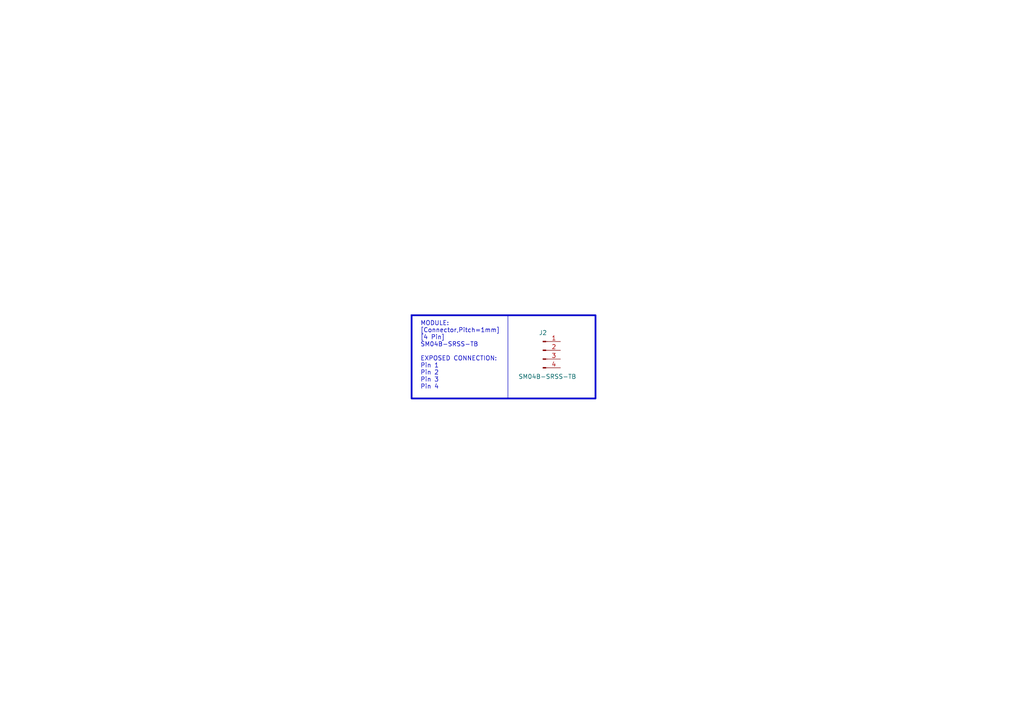
<source format=kicad_sch>
(kicad_sch (version 20230121) (generator eeschema)
  (paper "A4")
  (lib_symbols
    (symbol "Connector:Conn_01x04_Pin" (pin_names (offset 1.016) hide)
      (property "Reference" "J" (at 0 5.08 0))
      (property "Value" "Conn_01x04_Pin" (at 0 -7.62 0))
      (symbol "Conn_01x04_Pin_1_1"
        (polyline (pts (xy 1.27 -5.08) (xy 0.8636 -5.08)) (stroke (width 0.1524)))
        (polyline (pts (xy 1.27 -2.54) (xy 0.8636 -2.54)) (stroke (width 0.1524)))
        (polyline (pts (xy 1.27 0) (xy 0.8636 0)) (stroke (width 0.1524)))
        (polyline (pts (xy 1.27 2.54) (xy 0.8636 2.54)) (stroke (width 0.1524)))
        (rectangle (start 0.8636 -4.953) (end 0 -5.207) (stroke (width 0.1524)) (fill (type outline)))
        (rectangle (start 0.8636 -2.413) (end 0 -2.667) (stroke (width 0.1524)) (fill (type outline)))
        (rectangle (start 0.8636 0.127) (end 0 -0.127) (stroke (width 0.1524)) (fill (type outline)))
        (rectangle (start 0.8636 2.667) (end 0 2.413) (stroke (width 0.1524)) (fill (type outline)))
        (pin passive line (at 5.08 2.54 180) (length 3.81) (name "Pin_1") (number "1"))
        (pin passive line (at 5.08 0 180) (length 3.81) (name "Pin_2") (number "2"))
        (pin passive line (at 5.08 -2.54 180) (length 3.81) (name "Pin_3") (number "3"))
        (pin passive line (at 5.08 -5.08 180) (length 3.81) (name "Pin_4") (number "4"))
      )
    )
  )
  (rectangle (start 119.38 91.44) (end 147.32 115.57))
  (rectangle (start 119.38 91.44) (end 172.72 115.57) (stroke (width 0.5)))
  (text "MODULE:\n[Connector,Pitch=1mm]\n[4 Pin]\nSM04B-SRSS-TB\n\nEXPOSED CONNECTION: \nPin 1\nPin 2\nPin 3\nPin 4" (at 121.92 113.03 0) (effects (font (size 1.27 1.27)) (justify left bottom)))
  (symbol (lib_id "Connector:Conn_01x04_Pin") (at 157.48 101.6 0) (unit 1)
    (property "Reference" "J2" (at 157.48 96.52 0))
    (property "Value" "SM04B-SRSS-TB\n" (at 158.75 109.22 0))
  )
)
</source>
